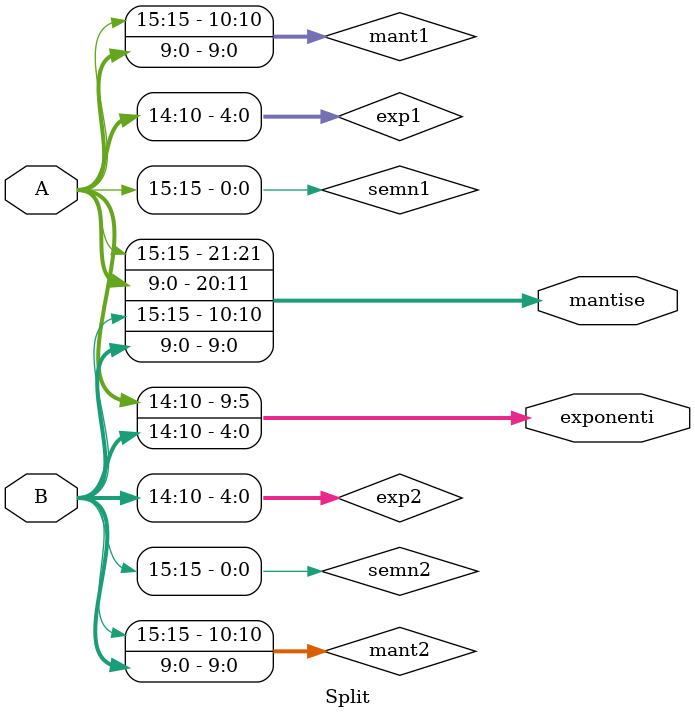
<source format=v>
`timescale 1ns / 1ps


module Split(A, B, exponenti, mantise);
    input [15:0] A, B;
    output reg [9:0] exponenti;
    output reg [21:0] mantise;
    
    reg semn1, semn2;
    reg [4:0] exp1, exp2;
    reg [10:0] mant1, mant2;
    
    always @ (A | B)
        begin
            semn1 = A[15];
            semn2 = B[15];
            
            exp1 = A[14:10];
            exp2 = B[14:10];
            
            mant1[9:0] = A[9:0];
            mant2[9:0] = B[9:0];
            
            mant1[10] = semn1;
            mant2[10] = semn2;
            
            exponenti = {exp1, exp2};
            mantise = {mant1, mant2}; 
        end   
endmodule

</source>
